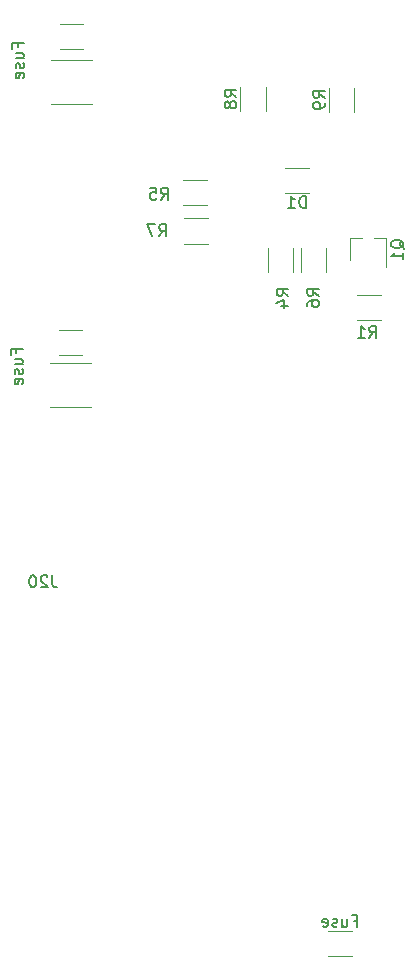
<source format=gbo>
G04 #@! TF.FileFunction,Legend,Bot*
%FSLAX46Y46*%
G04 Gerber Fmt 4.6, Leading zero omitted, Abs format (unit mm)*
G04 Created by KiCad (PCBNEW 4.0.7) date 10/11/18 23:23:36*
%MOMM*%
%LPD*%
G01*
G04 APERTURE LIST*
%ADD10C,0.100000*%
%ADD11C,0.120000*%
%ADD12C,0.150000*%
G04 APERTURE END LIST*
D10*
D11*
X85994500Y-40742000D02*
X82534500Y-40742000D01*
X85994500Y-36982000D02*
X82534500Y-36982000D01*
X85931000Y-66396000D02*
X82471000Y-66396000D01*
X85931000Y-62636000D02*
X82471000Y-62636000D01*
X83201000Y-62030000D02*
X85201000Y-62030000D01*
X85201000Y-59890000D02*
X83201000Y-59890000D01*
X83264500Y-36122000D02*
X85264500Y-36122000D01*
X85264500Y-33982000D02*
X83264500Y-33982000D01*
X108448600Y-59020100D02*
X110448600Y-59020100D01*
X110448600Y-56880100D02*
X108448600Y-56880100D01*
X93742000Y-49330000D02*
X95742000Y-49330000D01*
X95742000Y-47190000D02*
X93742000Y-47190000D01*
X93805500Y-52568500D02*
X95805500Y-52568500D01*
X95805500Y-50428500D02*
X93805500Y-50428500D01*
X100701500Y-41322500D02*
X100701500Y-39322500D01*
X98561500Y-39322500D02*
X98561500Y-41322500D01*
X100911000Y-52975000D02*
X100911000Y-54975000D01*
X103051000Y-54975000D02*
X103051000Y-52975000D01*
X103705000Y-52975000D02*
X103705000Y-54975000D01*
X105845000Y-54975000D02*
X105845000Y-52975000D01*
X108194500Y-41386000D02*
X108194500Y-39386000D01*
X106054500Y-39386000D02*
X106054500Y-41386000D01*
X108910500Y-52136000D02*
X107860500Y-52136000D01*
X107860500Y-52136000D02*
X107860500Y-53986000D01*
X110910500Y-52136000D02*
X109910500Y-52136000D01*
X110920500Y-52156000D02*
X110920500Y-54586000D01*
X106010200Y-112880800D02*
X108010200Y-112880800D01*
X108010200Y-110740800D02*
X106010200Y-110740800D01*
X104378000Y-46174000D02*
X102378000Y-46174000D01*
X102378000Y-48314000D02*
X104378000Y-48314000D01*
D12*
X82661023Y-80668881D02*
X82661023Y-81383167D01*
X82708643Y-81526024D01*
X82803881Y-81621262D01*
X82946738Y-81668881D01*
X83041976Y-81668881D01*
X82232452Y-80764119D02*
X82184833Y-80716500D01*
X82089595Y-80668881D01*
X81851499Y-80668881D01*
X81756261Y-80716500D01*
X81708642Y-80764119D01*
X81661023Y-80859357D01*
X81661023Y-80954595D01*
X81708642Y-81097452D01*
X82280071Y-81668881D01*
X81661023Y-81668881D01*
X81041976Y-80668881D02*
X80946737Y-80668881D01*
X80851499Y-80716500D01*
X80803880Y-80764119D01*
X80756261Y-80859357D01*
X80708642Y-81049833D01*
X80708642Y-81287929D01*
X80756261Y-81478405D01*
X80803880Y-81573643D01*
X80851499Y-81621262D01*
X80946737Y-81668881D01*
X81041976Y-81668881D01*
X81137214Y-81621262D01*
X81184833Y-81573643D01*
X81232452Y-81478405D01*
X81280071Y-81287929D01*
X81280071Y-81049833D01*
X81232452Y-80859357D01*
X81184833Y-80764119D01*
X81137214Y-80716500D01*
X81041976Y-80668881D01*
X79608371Y-61823743D02*
X79608371Y-61490409D01*
X80132181Y-61490409D02*
X79132181Y-61490409D01*
X79132181Y-61966600D01*
X79465514Y-62776124D02*
X80132181Y-62776124D01*
X79465514Y-62347552D02*
X79989324Y-62347552D01*
X80084562Y-62395171D01*
X80132181Y-62490409D01*
X80132181Y-62633267D01*
X80084562Y-62728505D01*
X80036943Y-62776124D01*
X80084562Y-63204695D02*
X80132181Y-63299933D01*
X80132181Y-63490409D01*
X80084562Y-63585648D01*
X79989324Y-63633267D01*
X79941705Y-63633267D01*
X79846467Y-63585648D01*
X79798848Y-63490409D01*
X79798848Y-63347552D01*
X79751229Y-63252314D01*
X79655990Y-63204695D01*
X79608371Y-63204695D01*
X79513133Y-63252314D01*
X79465514Y-63347552D01*
X79465514Y-63490409D01*
X79513133Y-63585648D01*
X80084562Y-64442791D02*
X80132181Y-64347553D01*
X80132181Y-64157076D01*
X80084562Y-64061838D01*
X79989324Y-64014219D01*
X79608371Y-64014219D01*
X79513133Y-64061838D01*
X79465514Y-64157076D01*
X79465514Y-64347553D01*
X79513133Y-64442791D01*
X79608371Y-64490410D01*
X79703610Y-64490410D01*
X79798848Y-64014219D01*
X79709971Y-35915743D02*
X79709971Y-35582409D01*
X80233781Y-35582409D02*
X79233781Y-35582409D01*
X79233781Y-36058600D01*
X79567114Y-36868124D02*
X80233781Y-36868124D01*
X79567114Y-36439552D02*
X80090924Y-36439552D01*
X80186162Y-36487171D01*
X80233781Y-36582409D01*
X80233781Y-36725267D01*
X80186162Y-36820505D01*
X80138543Y-36868124D01*
X80186162Y-37296695D02*
X80233781Y-37391933D01*
X80233781Y-37582409D01*
X80186162Y-37677648D01*
X80090924Y-37725267D01*
X80043305Y-37725267D01*
X79948067Y-37677648D01*
X79900448Y-37582409D01*
X79900448Y-37439552D01*
X79852829Y-37344314D01*
X79757590Y-37296695D01*
X79709971Y-37296695D01*
X79614733Y-37344314D01*
X79567114Y-37439552D01*
X79567114Y-37582409D01*
X79614733Y-37677648D01*
X80186162Y-38534791D02*
X80233781Y-38439553D01*
X80233781Y-38249076D01*
X80186162Y-38153838D01*
X80090924Y-38106219D01*
X79709971Y-38106219D01*
X79614733Y-38153838D01*
X79567114Y-38249076D01*
X79567114Y-38439553D01*
X79614733Y-38534791D01*
X79709971Y-38582410D01*
X79805210Y-38582410D01*
X79900448Y-38106219D01*
X109488266Y-60548781D02*
X109821600Y-60072590D01*
X110059695Y-60548781D02*
X110059695Y-59548781D01*
X109678742Y-59548781D01*
X109583504Y-59596400D01*
X109535885Y-59644019D01*
X109488266Y-59739257D01*
X109488266Y-59882114D01*
X109535885Y-59977352D01*
X109583504Y-60024971D01*
X109678742Y-60072590D01*
X110059695Y-60072590D01*
X108535885Y-60548781D02*
X109107314Y-60548781D01*
X108821600Y-60548781D02*
X108821600Y-59548781D01*
X108916838Y-59691638D01*
X109012076Y-59786876D01*
X109107314Y-59834495D01*
X91835266Y-48839381D02*
X92168600Y-48363190D01*
X92406695Y-48839381D02*
X92406695Y-47839381D01*
X92025742Y-47839381D01*
X91930504Y-47887000D01*
X91882885Y-47934619D01*
X91835266Y-48029857D01*
X91835266Y-48172714D01*
X91882885Y-48267952D01*
X91930504Y-48315571D01*
X92025742Y-48363190D01*
X92406695Y-48363190D01*
X90930504Y-47839381D02*
X91406695Y-47839381D01*
X91454314Y-48315571D01*
X91406695Y-48267952D01*
X91311457Y-48220333D01*
X91073361Y-48220333D01*
X90978123Y-48267952D01*
X90930504Y-48315571D01*
X90882885Y-48410810D01*
X90882885Y-48648905D01*
X90930504Y-48744143D01*
X90978123Y-48791762D01*
X91073361Y-48839381D01*
X91311457Y-48839381D01*
X91406695Y-48791762D01*
X91454314Y-48744143D01*
X91682866Y-51938181D02*
X92016200Y-51461990D01*
X92254295Y-51938181D02*
X92254295Y-50938181D01*
X91873342Y-50938181D01*
X91778104Y-50985800D01*
X91730485Y-51033419D01*
X91682866Y-51128657D01*
X91682866Y-51271514D01*
X91730485Y-51366752D01*
X91778104Y-51414371D01*
X91873342Y-51461990D01*
X92254295Y-51461990D01*
X91349533Y-50938181D02*
X90682866Y-50938181D01*
X91111438Y-51938181D01*
X98233881Y-40155834D02*
X97757690Y-39822500D01*
X98233881Y-39584405D02*
X97233881Y-39584405D01*
X97233881Y-39965358D01*
X97281500Y-40060596D01*
X97329119Y-40108215D01*
X97424357Y-40155834D01*
X97567214Y-40155834D01*
X97662452Y-40108215D01*
X97710071Y-40060596D01*
X97757690Y-39965358D01*
X97757690Y-39584405D01*
X97662452Y-40727262D02*
X97614833Y-40632024D01*
X97567214Y-40584405D01*
X97471976Y-40536786D01*
X97424357Y-40536786D01*
X97329119Y-40584405D01*
X97281500Y-40632024D01*
X97233881Y-40727262D01*
X97233881Y-40917739D01*
X97281500Y-41012977D01*
X97329119Y-41060596D01*
X97424357Y-41108215D01*
X97471976Y-41108215D01*
X97567214Y-41060596D01*
X97614833Y-41012977D01*
X97662452Y-40917739D01*
X97662452Y-40727262D01*
X97710071Y-40632024D01*
X97757690Y-40584405D01*
X97852929Y-40536786D01*
X98043405Y-40536786D01*
X98138643Y-40584405D01*
X98186262Y-40632024D01*
X98233881Y-40727262D01*
X98233881Y-40917739D01*
X98186262Y-41012977D01*
X98138643Y-41060596D01*
X98043405Y-41108215D01*
X97852929Y-41108215D01*
X97757690Y-41060596D01*
X97710071Y-41012977D01*
X97662452Y-40917739D01*
X102636581Y-56983334D02*
X102160390Y-56650000D01*
X102636581Y-56411905D02*
X101636581Y-56411905D01*
X101636581Y-56792858D01*
X101684200Y-56888096D01*
X101731819Y-56935715D01*
X101827057Y-56983334D01*
X101969914Y-56983334D01*
X102065152Y-56935715D01*
X102112771Y-56888096D01*
X102160390Y-56792858D01*
X102160390Y-56411905D01*
X101969914Y-57840477D02*
X102636581Y-57840477D01*
X101588962Y-57602381D02*
X102303248Y-57364286D01*
X102303248Y-57983334D01*
X105227381Y-56983334D02*
X104751190Y-56650000D01*
X105227381Y-56411905D02*
X104227381Y-56411905D01*
X104227381Y-56792858D01*
X104275000Y-56888096D01*
X104322619Y-56935715D01*
X104417857Y-56983334D01*
X104560714Y-56983334D01*
X104655952Y-56935715D01*
X104703571Y-56888096D01*
X104751190Y-56792858D01*
X104751190Y-56411905D01*
X104227381Y-57840477D02*
X104227381Y-57650000D01*
X104275000Y-57554762D01*
X104322619Y-57507143D01*
X104465476Y-57411905D01*
X104655952Y-57364286D01*
X105036905Y-57364286D01*
X105132143Y-57411905D01*
X105179762Y-57459524D01*
X105227381Y-57554762D01*
X105227381Y-57745239D01*
X105179762Y-57840477D01*
X105132143Y-57888096D01*
X105036905Y-57935715D01*
X104798810Y-57935715D01*
X104703571Y-57888096D01*
X104655952Y-57840477D01*
X104608333Y-57745239D01*
X104608333Y-57554762D01*
X104655952Y-57459524D01*
X104703571Y-57411905D01*
X104798810Y-57364286D01*
X105726881Y-40219334D02*
X105250690Y-39886000D01*
X105726881Y-39647905D02*
X104726881Y-39647905D01*
X104726881Y-40028858D01*
X104774500Y-40124096D01*
X104822119Y-40171715D01*
X104917357Y-40219334D01*
X105060214Y-40219334D01*
X105155452Y-40171715D01*
X105203071Y-40124096D01*
X105250690Y-40028858D01*
X105250690Y-39647905D01*
X105726881Y-40695524D02*
X105726881Y-40886000D01*
X105679262Y-40981239D01*
X105631643Y-41028858D01*
X105488786Y-41124096D01*
X105298310Y-41171715D01*
X104917357Y-41171715D01*
X104822119Y-41124096D01*
X104774500Y-41076477D01*
X104726881Y-40981239D01*
X104726881Y-40790762D01*
X104774500Y-40695524D01*
X104822119Y-40647905D01*
X104917357Y-40600286D01*
X105155452Y-40600286D01*
X105250690Y-40647905D01*
X105298310Y-40695524D01*
X105345929Y-40790762D01*
X105345929Y-40981239D01*
X105298310Y-41076477D01*
X105250690Y-41124096D01*
X105155452Y-41171715D01*
X112408119Y-52990762D02*
X112360500Y-52895524D01*
X112265262Y-52800286D01*
X112122405Y-52657429D01*
X112074786Y-52562190D01*
X112074786Y-52466952D01*
X112312881Y-52514571D02*
X112265262Y-52419333D01*
X112170024Y-52324095D01*
X111979548Y-52276476D01*
X111646214Y-52276476D01*
X111455738Y-52324095D01*
X111360500Y-52419333D01*
X111312881Y-52514571D01*
X111312881Y-52705048D01*
X111360500Y-52800286D01*
X111455738Y-52895524D01*
X111646214Y-52943143D01*
X111979548Y-52943143D01*
X112170024Y-52895524D01*
X112265262Y-52800286D01*
X112312881Y-52705048D01*
X112312881Y-52514571D01*
X112312881Y-53895524D02*
X112312881Y-53324095D01*
X112312881Y-53609809D02*
X111312881Y-53609809D01*
X111455738Y-53514571D01*
X111550976Y-53419333D01*
X111598595Y-53324095D01*
X108153057Y-109889371D02*
X108486391Y-109889371D01*
X108486391Y-110413181D02*
X108486391Y-109413181D01*
X108010200Y-109413181D01*
X107200676Y-109746514D02*
X107200676Y-110413181D01*
X107629248Y-109746514D02*
X107629248Y-110270324D01*
X107581629Y-110365562D01*
X107486391Y-110413181D01*
X107343533Y-110413181D01*
X107248295Y-110365562D01*
X107200676Y-110317943D01*
X106772105Y-110365562D02*
X106676867Y-110413181D01*
X106486391Y-110413181D01*
X106391152Y-110365562D01*
X106343533Y-110270324D01*
X106343533Y-110222705D01*
X106391152Y-110127467D01*
X106486391Y-110079848D01*
X106629248Y-110079848D01*
X106724486Y-110032229D01*
X106772105Y-109936990D01*
X106772105Y-109889371D01*
X106724486Y-109794133D01*
X106629248Y-109746514D01*
X106486391Y-109746514D01*
X106391152Y-109794133D01*
X105534009Y-110365562D02*
X105629247Y-110413181D01*
X105819724Y-110413181D01*
X105914962Y-110365562D01*
X105962581Y-110270324D01*
X105962581Y-109889371D01*
X105914962Y-109794133D01*
X105819724Y-109746514D01*
X105629247Y-109746514D01*
X105534009Y-109794133D01*
X105486390Y-109889371D01*
X105486390Y-109984610D01*
X105962581Y-110079848D01*
X104116095Y-49546381D02*
X104116095Y-48546381D01*
X103878000Y-48546381D01*
X103735142Y-48594000D01*
X103639904Y-48689238D01*
X103592285Y-48784476D01*
X103544666Y-48974952D01*
X103544666Y-49117810D01*
X103592285Y-49308286D01*
X103639904Y-49403524D01*
X103735142Y-49498762D01*
X103878000Y-49546381D01*
X104116095Y-49546381D01*
X102592285Y-49546381D02*
X103163714Y-49546381D01*
X102878000Y-49546381D02*
X102878000Y-48546381D01*
X102973238Y-48689238D01*
X103068476Y-48784476D01*
X103163714Y-48832095D01*
M02*

</source>
